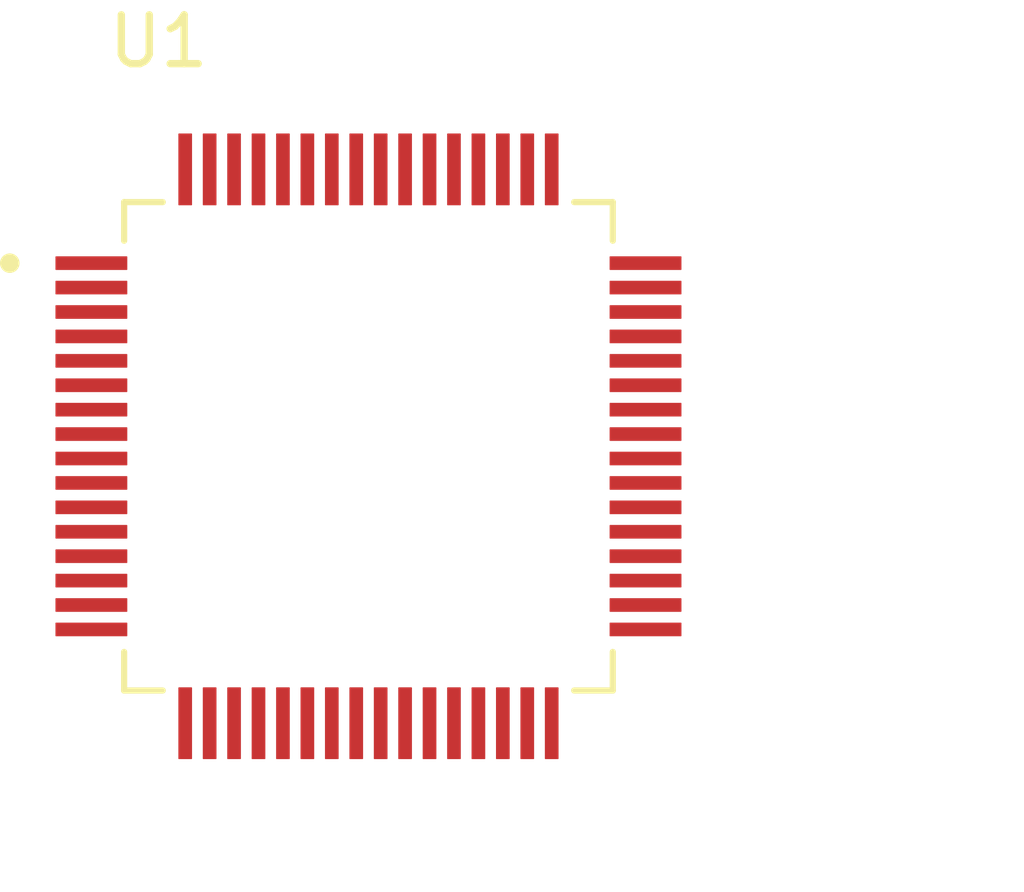
<source format=kicad_pcb>
(kicad_pcb (version 20171130) (host pcbnew "(5.1.10)-1")

  (general
    (thickness 1.6)
    (drawings 0)
    (tracks 0)
    (zones 0)
    (modules 1)
    (nets 65)
  )

  (page A4)
  (layers
    (0 F.Cu signal)
    (31 B.Cu signal)
    (32 B.Adhes user)
    (33 F.Adhes user)
    (34 B.Paste user)
    (35 F.Paste user)
    (36 B.SilkS user)
    (37 F.SilkS user)
    (38 B.Mask user)
    (39 F.Mask user)
    (40 Dwgs.User user)
    (41 Cmts.User user)
    (42 Eco1.User user)
    (43 Eco2.User user)
    (44 Edge.Cuts user)
    (45 Margin user)
    (46 B.CrtYd user)
    (47 F.CrtYd user)
    (48 B.Fab user)
    (49 F.Fab user)
  )

  (setup
    (last_trace_width 0.25)
    (trace_clearance 0.2)
    (zone_clearance 0.508)
    (zone_45_only no)
    (trace_min 0.2)
    (via_size 0.8)
    (via_drill 0.4)
    (via_min_size 0.4)
    (via_min_drill 0.3)
    (uvia_size 0.3)
    (uvia_drill 0.1)
    (uvias_allowed no)
    (uvia_min_size 0.2)
    (uvia_min_drill 0.1)
    (edge_width 0.05)
    (segment_width 0.2)
    (pcb_text_width 0.3)
    (pcb_text_size 1.5 1.5)
    (mod_edge_width 0.12)
    (mod_text_size 1 1)
    (mod_text_width 0.15)
    (pad_size 1.524 1.524)
    (pad_drill 0.762)
    (pad_to_mask_clearance 0)
    (aux_axis_origin 0 0)
    (visible_elements FFFFFF7F)
    (pcbplotparams
      (layerselection 0x010fc_ffffffff)
      (usegerberextensions false)
      (usegerberattributes true)
      (usegerberadvancedattributes true)
      (creategerberjobfile true)
      (excludeedgelayer true)
      (linewidth 0.100000)
      (plotframeref false)
      (viasonmask false)
      (mode 1)
      (useauxorigin false)
      (hpglpennumber 1)
      (hpglpenspeed 20)
      (hpglpendiameter 15.000000)
      (psnegative false)
      (psa4output false)
      (plotreference true)
      (plotvalue true)
      (plotinvisibletext false)
      (padsonsilk false)
      (subtractmaskfromsilk false)
      (outputformat 1)
      (mirror false)
      (drillshape 1)
      (scaleselection 1)
      (outputdirectory ""))
  )

  (net 0 "")
  (net 1 "Net-(U1-Pad48)")
  (net 2 "Net-(U1-Pad47)")
  (net 3 "Net-(U1-Pad46)")
  (net 4 "Net-(U1-Pad45)")
  (net 5 "Net-(U1-Pad44)")
  (net 6 "Net-(U1-Pad43)")
  (net 7 "Net-(U1-Pad42)")
  (net 8 "Net-(U1-Pad41)")
  (net 9 "Net-(U1-Pad40)")
  (net 10 "Net-(U1-Pad39)")
  (net 11 "Net-(U1-Pad38)")
  (net 12 "Net-(U1-Pad37)")
  (net 13 "Net-(U1-Pad36)")
  (net 14 "Net-(U1-Pad35)")
  (net 15 "Net-(U1-Pad34)")
  (net 16 "Net-(U1-Pad33)")
  (net 17 "Net-(U1-Pad16)")
  (net 18 "Net-(U1-Pad15)")
  (net 19 "Net-(U1-Pad14)")
  (net 20 "Net-(U1-Pad13)")
  (net 21 "Net-(U1-Pad12)")
  (net 22 "Net-(U1-Pad11)")
  (net 23 "Net-(U1-Pad10)")
  (net 24 "Net-(U1-Pad9)")
  (net 25 "Net-(U1-Pad8)")
  (net 26 "Net-(U1-Pad7)")
  (net 27 "Net-(U1-Pad6)")
  (net 28 "Net-(U1-Pad5)")
  (net 29 "Net-(U1-Pad4)")
  (net 30 "Net-(U1-Pad3)")
  (net 31 "Net-(U1-Pad2)")
  (net 32 "Net-(U1-Pad1)")
  (net 33 "Net-(U1-Pad64)")
  (net 34 "Net-(U1-Pad63)")
  (net 35 "Net-(U1-Pad62)")
  (net 36 "Net-(U1-Pad61)")
  (net 37 "Net-(U1-Pad60)")
  (net 38 "Net-(U1-Pad59)")
  (net 39 "Net-(U1-Pad58)")
  (net 40 "Net-(U1-Pad57)")
  (net 41 "Net-(U1-Pad56)")
  (net 42 "Net-(U1-Pad55)")
  (net 43 "Net-(U1-Pad54)")
  (net 44 "Net-(U1-Pad53)")
  (net 45 "Net-(U1-Pad52)")
  (net 46 "Net-(U1-Pad51)")
  (net 47 "Net-(U1-Pad50)")
  (net 48 "Net-(U1-Pad49)")
  (net 49 "Net-(U1-Pad32)")
  (net 50 "Net-(U1-Pad31)")
  (net 51 "Net-(U1-Pad30)")
  (net 52 "Net-(U1-Pad29)")
  (net 53 "Net-(U1-Pad28)")
  (net 54 "Net-(U1-Pad27)")
  (net 55 "Net-(U1-Pad26)")
  (net 56 "Net-(U1-Pad25)")
  (net 57 "Net-(U1-Pad24)")
  (net 58 "Net-(U1-Pad23)")
  (net 59 "Net-(U1-Pad22)")
  (net 60 "Net-(U1-Pad21)")
  (net 61 "Net-(U1-Pad20)")
  (net 62 "Net-(U1-Pad19)")
  (net 63 "Net-(U1-Pad18)")
  (net 64 "Net-(U1-Pad17)")

  (net_class Default "This is the default net class."
    (clearance 0.2)
    (trace_width 0.25)
    (via_dia 0.8)
    (via_drill 0.4)
    (uvia_dia 0.3)
    (uvia_drill 0.1)
    (add_net "Net-(U1-Pad1)")
    (add_net "Net-(U1-Pad10)")
    (add_net "Net-(U1-Pad11)")
    (add_net "Net-(U1-Pad12)")
    (add_net "Net-(U1-Pad13)")
    (add_net "Net-(U1-Pad14)")
    (add_net "Net-(U1-Pad15)")
    (add_net "Net-(U1-Pad16)")
    (add_net "Net-(U1-Pad17)")
    (add_net "Net-(U1-Pad18)")
    (add_net "Net-(U1-Pad19)")
    (add_net "Net-(U1-Pad2)")
    (add_net "Net-(U1-Pad20)")
    (add_net "Net-(U1-Pad21)")
    (add_net "Net-(U1-Pad22)")
    (add_net "Net-(U1-Pad23)")
    (add_net "Net-(U1-Pad24)")
    (add_net "Net-(U1-Pad25)")
    (add_net "Net-(U1-Pad26)")
    (add_net "Net-(U1-Pad27)")
    (add_net "Net-(U1-Pad28)")
    (add_net "Net-(U1-Pad29)")
    (add_net "Net-(U1-Pad3)")
    (add_net "Net-(U1-Pad30)")
    (add_net "Net-(U1-Pad31)")
    (add_net "Net-(U1-Pad32)")
    (add_net "Net-(U1-Pad33)")
    (add_net "Net-(U1-Pad34)")
    (add_net "Net-(U1-Pad35)")
    (add_net "Net-(U1-Pad36)")
    (add_net "Net-(U1-Pad37)")
    (add_net "Net-(U1-Pad38)")
    (add_net "Net-(U1-Pad39)")
    (add_net "Net-(U1-Pad4)")
    (add_net "Net-(U1-Pad40)")
    (add_net "Net-(U1-Pad41)")
    (add_net "Net-(U1-Pad42)")
    (add_net "Net-(U1-Pad43)")
    (add_net "Net-(U1-Pad44)")
    (add_net "Net-(U1-Pad45)")
    (add_net "Net-(U1-Pad46)")
    (add_net "Net-(U1-Pad47)")
    (add_net "Net-(U1-Pad48)")
    (add_net "Net-(U1-Pad49)")
    (add_net "Net-(U1-Pad5)")
    (add_net "Net-(U1-Pad50)")
    (add_net "Net-(U1-Pad51)")
    (add_net "Net-(U1-Pad52)")
    (add_net "Net-(U1-Pad53)")
    (add_net "Net-(U1-Pad54)")
    (add_net "Net-(U1-Pad55)")
    (add_net "Net-(U1-Pad56)")
    (add_net "Net-(U1-Pad57)")
    (add_net "Net-(U1-Pad58)")
    (add_net "Net-(U1-Pad59)")
    (add_net "Net-(U1-Pad6)")
    (add_net "Net-(U1-Pad60)")
    (add_net "Net-(U1-Pad61)")
    (add_net "Net-(U1-Pad62)")
    (add_net "Net-(U1-Pad63)")
    (add_net "Net-(U1-Pad64)")
    (add_net "Net-(U1-Pad7)")
    (add_net "Net-(U1-Pad8)")
    (add_net "Net-(U1-Pad9)")
  )

  (module STM32G070RBT6:QFP50P1200X1200X160-64N (layer F.Cu) (tedit 616D7DEE) (tstamp 616D8266)
    (at 119.38 88.9)
    (path /616D88F7)
    (fp_text reference U1 (at -4.295 -8.29) (layer F.SilkS)
      (effects (font (size 1 1) (thickness 0.15)))
    )
    (fp_text value STM32G070RBT6 (at 7.135 8.29) (layer F.Fab)
      (effects (font (size 1 1) (thickness 0.15)))
    )
    (fp_circle (center -7.34 -3.75) (end -7.24 -3.75) (layer F.SilkS) (width 0.2))
    (fp_circle (center -7.34 -3.75) (end -7.24 -3.75) (layer F.Fab) (width 0.2))
    (fp_line (start 5 5) (end -5 5) (layer F.Fab) (width 0.127))
    (fp_line (start 5 -5) (end -5 -5) (layer F.Fab) (width 0.127))
    (fp_line (start 5 5) (end 5 -5) (layer F.Fab) (width 0.127))
    (fp_line (start -5 5) (end -5 -5) (layer F.Fab) (width 0.127))
    (fp_line (start 5 5) (end 4.21 5) (layer F.SilkS) (width 0.127))
    (fp_line (start 5 -5) (end 4.21 -5) (layer F.SilkS) (width 0.127))
    (fp_line (start -5 5) (end -4.21 5) (layer F.SilkS) (width 0.127))
    (fp_line (start -5 -5) (end -4.21 -5) (layer F.SilkS) (width 0.127))
    (fp_line (start 5 5) (end 5 4.21) (layer F.SilkS) (width 0.127))
    (fp_line (start 5 -5) (end 5 -4.21) (layer F.SilkS) (width 0.127))
    (fp_line (start -5 5) (end -5 4.21) (layer F.SilkS) (width 0.127))
    (fp_line (start -5 -5) (end -5 -4.21) (layer F.SilkS) (width 0.127))
    (fp_line (start -6.655 6.655) (end 6.655 6.655) (layer F.CrtYd) (width 0.05))
    (fp_line (start -6.655 -6.655) (end 6.655 -6.655) (layer F.CrtYd) (width 0.05))
    (fp_line (start -6.655 6.655) (end -6.655 -6.655) (layer F.CrtYd) (width 0.05))
    (fp_line (start 6.655 6.655) (end 6.655 -6.655) (layer F.CrtYd) (width 0.05))
    (pad 48 smd roundrect (at 5.67 -3.75) (size 1.47 0.28) (layers F.Cu F.Paste F.Mask) (roundrect_rratio 0.04)
      (net 1 "Net-(U1-Pad48)"))
    (pad 47 smd roundrect (at 5.67 -3.25) (size 1.47 0.28) (layers F.Cu F.Paste F.Mask) (roundrect_rratio 0.04)
      (net 2 "Net-(U1-Pad47)"))
    (pad 46 smd roundrect (at 5.67 -2.75) (size 1.47 0.28) (layers F.Cu F.Paste F.Mask) (roundrect_rratio 0.04)
      (net 3 "Net-(U1-Pad46)"))
    (pad 45 smd roundrect (at 5.67 -2.25) (size 1.47 0.28) (layers F.Cu F.Paste F.Mask) (roundrect_rratio 0.04)
      (net 4 "Net-(U1-Pad45)"))
    (pad 44 smd roundrect (at 5.67 -1.75) (size 1.47 0.28) (layers F.Cu F.Paste F.Mask) (roundrect_rratio 0.04)
      (net 5 "Net-(U1-Pad44)"))
    (pad 43 smd roundrect (at 5.67 -1.25) (size 1.47 0.28) (layers F.Cu F.Paste F.Mask) (roundrect_rratio 0.04)
      (net 6 "Net-(U1-Pad43)"))
    (pad 42 smd roundrect (at 5.67 -0.75) (size 1.47 0.28) (layers F.Cu F.Paste F.Mask) (roundrect_rratio 0.04)
      (net 7 "Net-(U1-Pad42)"))
    (pad 41 smd roundrect (at 5.67 -0.25) (size 1.47 0.28) (layers F.Cu F.Paste F.Mask) (roundrect_rratio 0.04)
      (net 8 "Net-(U1-Pad41)"))
    (pad 40 smd roundrect (at 5.67 0.25) (size 1.47 0.28) (layers F.Cu F.Paste F.Mask) (roundrect_rratio 0.04)
      (net 9 "Net-(U1-Pad40)"))
    (pad 39 smd roundrect (at 5.67 0.75) (size 1.47 0.28) (layers F.Cu F.Paste F.Mask) (roundrect_rratio 0.04)
      (net 10 "Net-(U1-Pad39)"))
    (pad 38 smd roundrect (at 5.67 1.25) (size 1.47 0.28) (layers F.Cu F.Paste F.Mask) (roundrect_rratio 0.04)
      (net 11 "Net-(U1-Pad38)"))
    (pad 37 smd roundrect (at 5.67 1.75) (size 1.47 0.28) (layers F.Cu F.Paste F.Mask) (roundrect_rratio 0.04)
      (net 12 "Net-(U1-Pad37)"))
    (pad 36 smd roundrect (at 5.67 2.25) (size 1.47 0.28) (layers F.Cu F.Paste F.Mask) (roundrect_rratio 0.04)
      (net 13 "Net-(U1-Pad36)"))
    (pad 35 smd roundrect (at 5.67 2.75) (size 1.47 0.28) (layers F.Cu F.Paste F.Mask) (roundrect_rratio 0.04)
      (net 14 "Net-(U1-Pad35)"))
    (pad 34 smd roundrect (at 5.67 3.25) (size 1.47 0.28) (layers F.Cu F.Paste F.Mask) (roundrect_rratio 0.04)
      (net 15 "Net-(U1-Pad34)"))
    (pad 33 smd roundrect (at 5.67 3.75) (size 1.47 0.28) (layers F.Cu F.Paste F.Mask) (roundrect_rratio 0.04)
      (net 16 "Net-(U1-Pad33)"))
    (pad 16 smd roundrect (at -5.67 3.75) (size 1.47 0.28) (layers F.Cu F.Paste F.Mask) (roundrect_rratio 0.04)
      (net 17 "Net-(U1-Pad16)"))
    (pad 15 smd roundrect (at -5.67 3.25) (size 1.47 0.28) (layers F.Cu F.Paste F.Mask) (roundrect_rratio 0.04)
      (net 18 "Net-(U1-Pad15)"))
    (pad 14 smd roundrect (at -5.67 2.75) (size 1.47 0.28) (layers F.Cu F.Paste F.Mask) (roundrect_rratio 0.04)
      (net 19 "Net-(U1-Pad14)"))
    (pad 13 smd roundrect (at -5.67 2.25) (size 1.47 0.28) (layers F.Cu F.Paste F.Mask) (roundrect_rratio 0.04)
      (net 20 "Net-(U1-Pad13)"))
    (pad 12 smd roundrect (at -5.67 1.75) (size 1.47 0.28) (layers F.Cu F.Paste F.Mask) (roundrect_rratio 0.04)
      (net 21 "Net-(U1-Pad12)"))
    (pad 11 smd roundrect (at -5.67 1.25) (size 1.47 0.28) (layers F.Cu F.Paste F.Mask) (roundrect_rratio 0.04)
      (net 22 "Net-(U1-Pad11)"))
    (pad 10 smd roundrect (at -5.67 0.75) (size 1.47 0.28) (layers F.Cu F.Paste F.Mask) (roundrect_rratio 0.04)
      (net 23 "Net-(U1-Pad10)"))
    (pad 9 smd roundrect (at -5.67 0.25) (size 1.47 0.28) (layers F.Cu F.Paste F.Mask) (roundrect_rratio 0.04)
      (net 24 "Net-(U1-Pad9)"))
    (pad 8 smd roundrect (at -5.67 -0.25) (size 1.47 0.28) (layers F.Cu F.Paste F.Mask) (roundrect_rratio 0.04)
      (net 25 "Net-(U1-Pad8)"))
    (pad 7 smd roundrect (at -5.67 -0.75) (size 1.47 0.28) (layers F.Cu F.Paste F.Mask) (roundrect_rratio 0.04)
      (net 26 "Net-(U1-Pad7)"))
    (pad 6 smd roundrect (at -5.67 -1.25) (size 1.47 0.28) (layers F.Cu F.Paste F.Mask) (roundrect_rratio 0.04)
      (net 27 "Net-(U1-Pad6)"))
    (pad 5 smd roundrect (at -5.67 -1.75) (size 1.47 0.28) (layers F.Cu F.Paste F.Mask) (roundrect_rratio 0.04)
      (net 28 "Net-(U1-Pad5)"))
    (pad 4 smd roundrect (at -5.67 -2.25) (size 1.47 0.28) (layers F.Cu F.Paste F.Mask) (roundrect_rratio 0.04)
      (net 29 "Net-(U1-Pad4)"))
    (pad 3 smd roundrect (at -5.67 -2.75) (size 1.47 0.28) (layers F.Cu F.Paste F.Mask) (roundrect_rratio 0.04)
      (net 30 "Net-(U1-Pad3)"))
    (pad 2 smd roundrect (at -5.67 -3.25) (size 1.47 0.28) (layers F.Cu F.Paste F.Mask) (roundrect_rratio 0.04)
      (net 31 "Net-(U1-Pad2)"))
    (pad 1 smd roundrect (at -5.67 -3.75) (size 1.47 0.28) (layers F.Cu F.Paste F.Mask) (roundrect_rratio 0.04)
      (net 32 "Net-(U1-Pad1)"))
    (pad 64 smd roundrect (at -3.75 -5.67) (size 0.28 1.47) (layers F.Cu F.Paste F.Mask) (roundrect_rratio 0.04)
      (net 33 "Net-(U1-Pad64)"))
    (pad 63 smd roundrect (at -3.25 -5.67) (size 0.28 1.47) (layers F.Cu F.Paste F.Mask) (roundrect_rratio 0.04)
      (net 34 "Net-(U1-Pad63)"))
    (pad 62 smd roundrect (at -2.75 -5.67) (size 0.28 1.47) (layers F.Cu F.Paste F.Mask) (roundrect_rratio 0.04)
      (net 35 "Net-(U1-Pad62)"))
    (pad 61 smd roundrect (at -2.25 -5.67) (size 0.28 1.47) (layers F.Cu F.Paste F.Mask) (roundrect_rratio 0.04)
      (net 36 "Net-(U1-Pad61)"))
    (pad 60 smd roundrect (at -1.75 -5.67) (size 0.28 1.47) (layers F.Cu F.Paste F.Mask) (roundrect_rratio 0.04)
      (net 37 "Net-(U1-Pad60)"))
    (pad 59 smd roundrect (at -1.25 -5.67) (size 0.28 1.47) (layers F.Cu F.Paste F.Mask) (roundrect_rratio 0.04)
      (net 38 "Net-(U1-Pad59)"))
    (pad 58 smd roundrect (at -0.75 -5.67) (size 0.28 1.47) (layers F.Cu F.Paste F.Mask) (roundrect_rratio 0.04)
      (net 39 "Net-(U1-Pad58)"))
    (pad 57 smd roundrect (at -0.25 -5.67) (size 0.28 1.47) (layers F.Cu F.Paste F.Mask) (roundrect_rratio 0.04)
      (net 40 "Net-(U1-Pad57)"))
    (pad 56 smd roundrect (at 0.25 -5.67) (size 0.28 1.47) (layers F.Cu F.Paste F.Mask) (roundrect_rratio 0.04)
      (net 41 "Net-(U1-Pad56)"))
    (pad 55 smd roundrect (at 0.75 -5.67) (size 0.28 1.47) (layers F.Cu F.Paste F.Mask) (roundrect_rratio 0.04)
      (net 42 "Net-(U1-Pad55)"))
    (pad 54 smd roundrect (at 1.25 -5.67) (size 0.28 1.47) (layers F.Cu F.Paste F.Mask) (roundrect_rratio 0.04)
      (net 43 "Net-(U1-Pad54)"))
    (pad 53 smd roundrect (at 1.75 -5.67) (size 0.28 1.47) (layers F.Cu F.Paste F.Mask) (roundrect_rratio 0.04)
      (net 44 "Net-(U1-Pad53)"))
    (pad 52 smd roundrect (at 2.25 -5.67) (size 0.28 1.47) (layers F.Cu F.Paste F.Mask) (roundrect_rratio 0.04)
      (net 45 "Net-(U1-Pad52)"))
    (pad 51 smd roundrect (at 2.75 -5.67) (size 0.28 1.47) (layers F.Cu F.Paste F.Mask) (roundrect_rratio 0.04)
      (net 46 "Net-(U1-Pad51)"))
    (pad 50 smd roundrect (at 3.25 -5.67) (size 0.28 1.47) (layers F.Cu F.Paste F.Mask) (roundrect_rratio 0.04)
      (net 47 "Net-(U1-Pad50)"))
    (pad 49 smd roundrect (at 3.75 -5.67) (size 0.28 1.47) (layers F.Cu F.Paste F.Mask) (roundrect_rratio 0.04)
      (net 48 "Net-(U1-Pad49)"))
    (pad 32 smd roundrect (at 3.75 5.67) (size 0.28 1.47) (layers F.Cu F.Paste F.Mask) (roundrect_rratio 0.04)
      (net 49 "Net-(U1-Pad32)"))
    (pad 31 smd roundrect (at 3.25 5.67) (size 0.28 1.47) (layers F.Cu F.Paste F.Mask) (roundrect_rratio 0.04)
      (net 50 "Net-(U1-Pad31)"))
    (pad 30 smd roundrect (at 2.75 5.67) (size 0.28 1.47) (layers F.Cu F.Paste F.Mask) (roundrect_rratio 0.04)
      (net 51 "Net-(U1-Pad30)"))
    (pad 29 smd roundrect (at 2.25 5.67) (size 0.28 1.47) (layers F.Cu F.Paste F.Mask) (roundrect_rratio 0.04)
      (net 52 "Net-(U1-Pad29)"))
    (pad 28 smd roundrect (at 1.75 5.67) (size 0.28 1.47) (layers F.Cu F.Paste F.Mask) (roundrect_rratio 0.04)
      (net 53 "Net-(U1-Pad28)"))
    (pad 27 smd roundrect (at 1.25 5.67) (size 0.28 1.47) (layers F.Cu F.Paste F.Mask) (roundrect_rratio 0.04)
      (net 54 "Net-(U1-Pad27)"))
    (pad 26 smd roundrect (at 0.75 5.67) (size 0.28 1.47) (layers F.Cu F.Paste F.Mask) (roundrect_rratio 0.04)
      (net 55 "Net-(U1-Pad26)"))
    (pad 25 smd roundrect (at 0.25 5.67) (size 0.28 1.47) (layers F.Cu F.Paste F.Mask) (roundrect_rratio 0.04)
      (net 56 "Net-(U1-Pad25)"))
    (pad 24 smd roundrect (at -0.25 5.67) (size 0.28 1.47) (layers F.Cu F.Paste F.Mask) (roundrect_rratio 0.04)
      (net 57 "Net-(U1-Pad24)"))
    (pad 23 smd roundrect (at -0.75 5.67) (size 0.28 1.47) (layers F.Cu F.Paste F.Mask) (roundrect_rratio 0.04)
      (net 58 "Net-(U1-Pad23)"))
    (pad 22 smd roundrect (at -1.25 5.67) (size 0.28 1.47) (layers F.Cu F.Paste F.Mask) (roundrect_rratio 0.04)
      (net 59 "Net-(U1-Pad22)"))
    (pad 21 smd roundrect (at -1.75 5.67) (size 0.28 1.47) (layers F.Cu F.Paste F.Mask) (roundrect_rratio 0.04)
      (net 60 "Net-(U1-Pad21)"))
    (pad 20 smd roundrect (at -2.25 5.67) (size 0.28 1.47) (layers F.Cu F.Paste F.Mask) (roundrect_rratio 0.04)
      (net 61 "Net-(U1-Pad20)"))
    (pad 19 smd roundrect (at -2.75 5.67) (size 0.28 1.47) (layers F.Cu F.Paste F.Mask) (roundrect_rratio 0.04)
      (net 62 "Net-(U1-Pad19)"))
    (pad 18 smd roundrect (at -3.25 5.67) (size 0.28 1.47) (layers F.Cu F.Paste F.Mask) (roundrect_rratio 0.04)
      (net 63 "Net-(U1-Pad18)"))
    (pad 17 smd roundrect (at -3.75 5.67) (size 0.28 1.47) (layers F.Cu F.Paste F.Mask) (roundrect_rratio 0.04)
      (net 64 "Net-(U1-Pad17)"))
    (model ${KIPRJMOD}/Lib/STM32G070RBT6/STM32G070RBT6.step
      (offset (xyz 0 0 0.8))
      (scale (xyz 1 1 1))
      (rotate (xyz -90 0 90))
    )
  )

)

</source>
